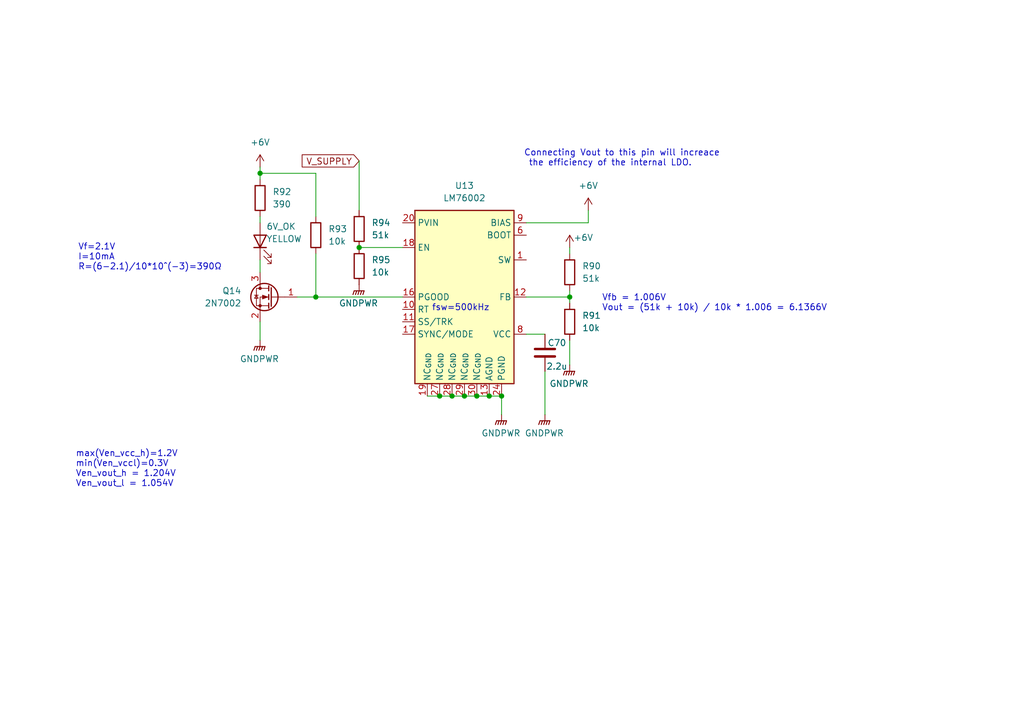
<source format=kicad_sch>
(kicad_sch (version 20250114) (generator "eeschema") (generator_version "9.0")
  (paper "A5")
  (lib_symbols
    (symbol "Device:C" (pin_numbers (hide yes)) (pin_names (offset 0.254))
      (property "Reference" "C" (at 0.635 2.54 0))
      (property "Value" "C" (at 0.635 -2.54 0))
      (symbol "C_0_1"
        (polyline (pts (xy -2.032 0.762) (xy 2.032 0.762)) (stroke (width 0.508)))
        (polyline (pts (xy -2.032 -0.762) (xy 2.032 -0.762)) (stroke (width 0.508)))
      )
      (symbol "C_1_1"
        (pin passive line (at 0 3.81 270) (length 2.794) (name "~") (number "1"))
        (pin passive line (at 0 -3.81 90) (length 2.794) (name "~") (number "2"))
      )
    )
    (symbol "Device:LED" (pin_numbers (hide yes)) (pin_names (offset 1.016) (hide yes))
      (property "Reference" "D" (at 0 2.54 0))
      (property "Value" "LED" (at 0 -2.54 0))
      (symbol "LED_0_1"
        (polyline (pts (xy -3.048 -0.762) (xy -4.572 -2.286) (xy -3.81 -2.286) (xy -4.572 -2.286) (xy -4.572 -1.524)))
        (polyline (pts (xy -1.778 -0.762) (xy -3.302 -2.286) (xy -2.54 -2.286) (xy -3.302 -2.286) (xy -3.302 -1.524)))
        (polyline (pts (xy -1.27 0) (xy 1.27 0)))
        (polyline (pts (xy -1.27 -1.27) (xy -1.27 1.27)) (stroke (width 0.254)))
        (polyline (pts (xy 1.27 -1.27) (xy 1.27 1.27) (xy -1.27 0) (xy 1.27 -1.27)) (stroke (width 0.254)))
      )
      (symbol "LED_1_1"
        (pin passive line (at -3.81 0 0) (length 2.54) (name "K") (number "1"))
        (pin passive line (at 3.81 0 180) (length 2.54) (name "A") (number "2"))
      )
    )
    (symbol "Device:R" (pin_numbers (hide yes)) (pin_names (offset 0))
      (property "Reference" "R" (at 2.032 0 90))
      (property "Value" "R" (at 0 0 90))
      (symbol "R_0_1"
        (rectangle (start -1.016 -2.54) (end 1.016 2.54) (stroke (width 0.254)))
      )
      (symbol "R_1_1"
        (pin passive line (at 0 3.81 270) (length 1.27) (name "~") (number "1"))
        (pin passive line (at 0 -3.81 90) (length 1.27) (name "~") (number "2"))
      )
    )
    (symbol "Regulator_Switching:LM76002"
      (property "Reference" "U" (at -9.398 18.796 0))
      (property "Value" "LM76002" (at 6.096 18.796 0))
      (symbol "LM76002_0_0"
        (pin power_in line (at 12.7 15.24 180) (length 2.54) (name "BIAS") (number "9"))
        (pin power_out line (at 12.7 7.62 180) (length 2.54) (name "SW") (number "1"))
      )
      (symbol "LM76002_1_0"
        (pin power_in line (at -12.7 15.24 0) (length 2.54) (name "PVIN") (number "20"))
        (pin passive line (at -12.7 15.24 0) (length 2.54) (hide yes) (name "PVIN") (number "21"))
        (pin passive line (at -12.7 15.24 0) (length 2.54) (hide yes) (name "PVIN") (number "22"))
        (pin input line (at -12.7 10.16 0) (length 2.54) (name "EN") (number "18"))
        (pin open_collector line (at -12.7 0 0) (length 2.54) (name "PGOOD") (number "16"))
        (pin input line (at -12.7 -2.54 0) (length 2.54) (name "RT") (number "10"))
        (pin input line (at -12.7 -5.08 0) (length 2.54) (name "SS/TRK") (number "11"))
        (pin input line (at -12.7 -7.62 0) (length 2.54) (name "SYNC/MODE") (number "17"))
        (pin passive line (at -7.62 -20.32 90) (length 2.54) (name "NC_{GND}") (number "19"))
        (pin passive line (at -5.08 -20.32 90) (length 2.54) (name "NC_{GND}") (number "27"))
        (pin passive line (at -2.54 -20.32 90) (length 2.54) (name "NC_{GND}") (number "28"))
        (pin passive line (at 0 -20.32 90) (length 2.54) (name "NC_{GND}") (number "29"))
        (pin passive line (at 2.54 -20.32 90) (length 2.54) (name "NC_{GND}") (number "30"))
        (pin power_in line (at 5.08 -20.32 90) (length 2.54) (name "AGND") (number "13"))
        (pin passive line (at 5.08 -20.32 90) (length 2.54) (hide yes) (name "AGND") (number "14"))
        (pin passive line (at 5.08 -20.32 90) (length 2.54) (hide yes) (name "AGND") (number "15"))
        (pin passive line (at 5.08 -20.32 90) (length 2.54) (hide yes) (name "AGND") (number "31"))
        (pin power_in line (at 7.62 -20.32 90) (length 2.54) (name "PGND") (number "24"))
        (pin passive line (at 7.62 -20.32 90) (length 2.54) (hide yes) (name "PGND") (number "25"))
        (pin passive line (at 7.62 -20.32 90) (length 2.54) (hide yes) (name "PGND") (number "26"))
        (pin no_connect line (at 10.16 10.16 180) (length 2.54) (hide yes) (name "NC") (number "7"))
        (pin no_connect line (at 10.16 5.08 180) (length 2.54) (hide yes) (name "NC") (number "23"))
        (pin input line (at 12.7 12.7 180) (length 2.54) (name "BOOT") (number "6"))
        (pin passive line (at 12.7 7.62 180) (length 2.54) (hide yes) (name "SW") (number "2"))
        (pin passive line (at 12.7 7.62 180) (length 2.54) (hide yes) (name "SW") (number "3"))
        (pin passive line (at 12.7 7.62 180) (length 2.54) (hide yes) (name "SW") (number "4"))
        (pin passive line (at 12.7 7.62 180) (length 2.54) (hide yes) (name "SW") (number "5"))
        (pin input line (at 12.7 0 180) (length 2.54) (name "FB") (number "12"))
        (pin power_out line (at 12.7 -7.62 180) (length 2.54) (name "VCC") (number "8"))
      )
      (symbol "LM76002_1_1"
        (rectangle (start -10.16 17.78) (end 10.16 -17.78) (stroke (width 0.254)) (fill (type background)))
      )
    )
    (symbol "Transistor_FET:2N7002" (pin_names (offset 0) (hide yes))
      (property "Reference" "Q" (at 5.08 1.905 0))
      (property "Value" "2N7002" (at 5.08 0 0))
      (symbol "2N7002_0_1"
        (polyline (pts (xy 0.254 1.905) (xy 0.254 -1.905)) (stroke (width 0.254)))
        (polyline (pts (xy 0.254 0) (xy -2.54 0)))
        (polyline (pts (xy 0.762 2.286) (xy 0.762 1.27)) (stroke (width 0.254)))
        (polyline (pts (xy 0.762 0.508) (xy 0.762 -0.508)) (stroke (width 0.254)))
        (polyline (pts (xy 0.762 -1.27) (xy 0.762 -2.286)) (stroke (width 0.254)))
        (polyline (pts (xy 0.762 -1.778) (xy 3.302 -1.778) (xy 3.302 1.778) (xy 0.762 1.778)))
        (polyline (pts (xy 1.016 0) (xy 2.032 0.381) (xy 2.032 -0.381) (xy 1.016 0)) (fill (type outline)))
        (circle (center 1.651 0) (radius 2.794) (stroke (width 0.254)))
        (polyline (pts (xy 2.54 2.54) (xy 2.54 1.778)))
        (circle (center 2.54 1.778) (radius 0.254) (fill (type outline)))
        (circle (center 2.54 -1.778) (radius 0.254) (fill (type outline)))
        (polyline (pts (xy 2.54 -2.54) (xy 2.54 0) (xy 0.762 0)))
        (polyline (pts (xy 2.921 0.381) (xy 3.683 0.381)))
        (polyline (pts (xy 3.302 0.381) (xy 2.921 -0.254) (xy 3.683 -0.254) (xy 3.302 0.381)))
      )
      (symbol "2N7002_1_1"
        (pin input line (at -5.08 0 0) (length 2.54) (name "G") (number "1"))
        (pin passive line (at 2.54 5.08 270) (length 2.54) (name "D") (number "3"))
        (pin passive line (at 2.54 -5.08 90) (length 2.54) (name "S") (number "2"))
      )
    )
    (symbol "power:+6V" (power) (pin_numbers (hide yes)) (pin_names (offset 0) (hide yes))
      (property "Value" "+6V" (at 0 3.556 0))
      (symbol "+6V_0_1"
        (polyline (pts (xy -0.762 1.27) (xy 0 2.54)))
        (polyline (pts (xy 0 2.54) (xy 0.762 1.27)))
        (polyline (pts (xy 0 0) (xy 0 2.54)))
      )
      (symbol "+6V_1_1"
        (pin power_in line (at 0 0 90) (length 0) (name "~") (number "1"))
      )
    )
    (symbol "power:GNDPWR" (power) (pin_numbers (hide yes)) (pin_names (offset 0) (hide yes))
      (property "Value" "GNDPWR" (at 0 -3.302 0))
      (symbol "GNDPWR_0_1"
        (polyline (pts (xy -1.016 -1.27) (xy -1.27 -2.032) (xy -1.27 -2.032)) (stroke (width 0.2032)))
        (polyline (pts (xy -0.508 -1.27) (xy -0.762 -2.032) (xy -0.762 -2.032)) (stroke (width 0.2032)))
        (polyline (pts (xy 0 -1.27) (xy 0 0)))
        (polyline (pts (xy 0 -1.27) (xy -0.254 -2.032) (xy -0.254 -2.032)) (stroke (width 0.2032)))
        (polyline (pts (xy 0.508 -1.27) (xy 0.254 -2.032) (xy 0.254 -2.032)) (stroke (width 0.2032)))
        (polyline (pts (xy 1.016 -1.27) (xy -1.016 -1.27) (xy -1.016 -1.27)) (stroke (width 0.2032)))
        (polyline (pts (xy 1.016 -1.27) (xy 0.762 -2.032) (xy 0.762 -2.032) (xy 0.762 -2.032)) (stroke (width 0.2032)))
      )
      (symbol "GNDPWR_1_1"
        (pin power_in line (at 0 0 270) (length 0) (name "~") (number "1"))
      )
    )
  )
  (text "fsw=500kHz" (at 94.488 63.246 0) (effects (font (size 1.27 1.27))))
  (text "max(Ven_vcc_h)=1.2V\nmin(Ven_vccl)=0.3V\nVen_vout_h = 1.204V\nVen_vout_l = 1.054V" (at 15.494 96.266 0) (effects (font (size 1.27 1.27)) (justify left)))
  (text "Vfb = 1.006V\nVout = (51k + 10k) / 10k * 1.006 = 6.1366V" (at 123.444 62.23 0) (effects (font (size 1.27 1.27)) (justify left)))
  (text "Vf=2.1V\nI=10mA\nR=(6-2.1)/10*10^(-3)=390Ω" (at 16.002 52.832 0) (effects (font (size 1.27 1.27)) (justify left)))
  (text "Connecting Vout to this pin will increace\n the efficiency of the internal LDO.\n" (at 107.442 32.512 0) (effects (font (size 1.27 1.27)) (justify left)))
  (junction (at 73.66 50.8))
  (junction (at 100.33 81.28))
  (junction (at 102.87 81.28))
  (junction (at 90.17 81.28))
  (junction (at 116.84 60.96))
  (junction (at 64.77 60.96))
  (junction (at 97.79 81.28))
  (junction (at 53.34 35.56))
  (junction (at 95.25 81.28))
  (junction (at 92.71 81.28))
  (wire (pts (xy 107.95 60.96) (xy 116.84 60.96)))
  (wire (pts (xy 64.77 44.45) (xy 64.77 35.56)))
  (wire (pts (xy 107.95 68.58) (xy 111.76 68.58)))
  (wire (pts (xy 90.17 81.28) (xy 87.63 81.28)))
  (wire (pts (xy 100.33 81.28) (xy 97.79 81.28)))
  (wire (pts (xy 64.77 60.96) (xy 82.55 60.96)))
  (wire (pts (xy 92.71 81.28) (xy 90.17 81.28)))
  (wire (pts (xy 102.87 85.09) (xy 102.87 81.28)))
  (wire (pts (xy 53.34 44.45) (xy 53.34 45.72)))
  (wire (pts (xy 64.77 35.56) (xy 53.34 35.56)))
  (wire (pts (xy 53.34 69.85) (xy 53.34 66.04)))
  (wire (pts (xy 53.34 36.83) (xy 53.34 35.56)))
  (wire (pts (xy 53.34 53.34) (xy 53.34 55.88)))
  (wire (pts (xy 116.84 50.8) (xy 116.84 52.07)))
  (wire (pts (xy 116.84 60.96) (xy 116.84 62.23)))
  (wire (pts (xy 64.77 52.07) (xy 64.77 60.96)))
  (wire (pts (xy 95.25 81.28) (xy 97.79 81.28)))
  (wire (pts (xy 111.76 76.2) (xy 111.76 85.09)))
  (wire (pts (xy 73.66 33.02) (xy 73.66 43.18)))
  (wire (pts (xy 73.66 50.8) (xy 82.55 50.8)))
  (wire (pts (xy 120.65 43.18) (xy 120.65 45.72)))
  (wire (pts (xy 102.87 81.28) (xy 100.33 81.28)))
  (wire (pts (xy 60.96 60.96) (xy 64.77 60.96)))
  (wire (pts (xy 120.65 45.72) (xy 107.95 45.72)))
  (wire (pts (xy 92.71 81.28) (xy 95.25 81.28)))
  (wire (pts (xy 116.84 74.93) (xy 116.84 69.85)))
  (wire (pts (xy 116.84 59.69) (xy 116.84 60.96)))
  (wire (pts (xy 53.34 34.29) (xy 53.34 35.56)))
  (global_label "V_SUPPLY" (shape input) (at 73.66 33.02 180) (property "Intersheetrefs" "${INTERSHEET_REFS}" (effects (hide yes))))
  (symbol (lib_id "power:GNDPWR") (at 116.84 74.93 0) (unit 1)
    (property "Reference" "リファレンス" (effects (hide yes)))
    (property "Value" "GNDPWR" (at 116.713 78.74 0))
    (property "Description" "Power symbol creates a global label with name \"GNDPWR\" , global ground" (effects (hide yes)))
  )
  (symbol (lib_id "power:GNDPWR") (at 73.66 58.42 0) (unit 1)
    (property "Reference" "リファレンス0101" (effects (hide yes)))
    (property "Value" "GNDPWR" (at 73.533 62.23 0))
    (property "Description" "Power symbol creates a global label with name \"GNDPWR\" , global ground" (effects (hide yes)))
  )
  (symbol (lib_id "Device:R") (at 73.66 46.99 0) (unit 1)
    (property "Reference" "R94" (at 76.2 45.7199 0) (effects (justify left)))
    (property "Value" "51k" (at 76.2 48.2599 0) (effects (justify left)))
    (property "Description" "Resistor" (effects (hide yes)))
  )
  (symbol (lib_id "power:GNDPWR") (at 53.34 69.85 0) (unit 1)
    (property "Reference" "リファレンス01" (effects (hide yes)))
    (property "Value" "GNDPWR" (at 53.213 73.66 0))
    (property "Description" "Power symbol creates a global label with name \"GNDPWR\" , global ground" (effects (hide yes)))
  )
  (symbol (lib_id "Device:C") (at 111.76 72.39 0) (unit 1)
    (property "Reference" "C70" (at 112.268 70.358 0) (effects (justify left)))
    (property "Value" "2.2u" (at 112.014 75.184 0) (effects (justify left)))
    (property "Description" "Unpolarized capacitor" (effects (hide yes)))
  )
  (symbol (lib_id "Device:R") (at 53.34 40.64 0) (unit 1)
    (property "Reference" "R92" (at 55.88 39.3699 0) (effects (justify left)))
    (property "Value" "390" (at 55.88 41.9099 0) (effects (justify left)))
    (property "Description" "Resistor" (effects (hide yes)))
  )
  (symbol (lib_id "power:GNDPWR") (at 111.76 85.09 0) (unit 1)
    (property "Reference" "リファレンス01" (effects (hide yes)))
    (property "Value" "GNDPWR" (at 111.633 88.9 0))
    (property "Description" "Power symbol creates a global label with name \"GNDPWR\" , global ground" (effects (hide yes)))
  )
  (symbol (lib_id "Transistor_FET:2N7002") (at 55.88 60.96 0) (mirror y) (unit 1)
    (property "Reference" "Q14" (at 49.53 59.6899 0) (effects (justify left)))
    (property "Value" "2N7002" (at 49.53 62.2299 0) (effects (justify left)))
    (property "Footprint" "Package_TO_SOT_SMD:SOT-23" (effects (hide yes)))
    (property "Datasheet" "https://www.onsemi.com/pub/Collateral/NDS7002A-D.PDF" (effects (hide yes)))
    (property "Description" "0.115A Id, 60V Vds, N-Channel MOSFET, SOT-23" (effects (hide yes)))
  )
  (symbol (lib_id "power:GNDPWR") (at 102.87 85.09 0) (unit 1)
    (property "Reference" "リファレンス0101" (effects (hide yes)))
    (property "Value" "GNDPWR" (at 102.743 88.9 0))
    (property "Description" "Power symbol creates a global label with name \"GNDPWR\" , global ground" (effects (hide yes)))
  )
  (symbol (lib_id "Regulator_Switching:LM76002") (at 95.25 60.96 0) (unit 1)
    (property "Reference" "U13" (at 95.25 38.1 0))
    (property "Value" "LM76002" (at 95.25 40.64 0))
    (property "Footprint" "Package_DFN_QFN:Texas_RNP0030B_WQFN-30-1EP_4x6mm_P0.5mm_EP1.8x4.5mm_ThermalVias" (effects (hide yes)))
    (property "Datasheet" "https://www.ti.com/lit/ds/symlink/lm76002.pdf" (effects (hide yes)))
    (property "Description" "2.5A synchronous buck regulator, 3.5..60Vin, 300kHz..2.2MHz switching frequency, CCM/DCM & PFM at light load, WQFN-30" (effects (hide yes)))
  )
  (symbol (lib_id "power:+6V") (at 53.34 34.29 0) (unit 1)
    (property "Reference" "#PWR0118" (effects (hide yes)))
    (property "Value" "+6V" (at 53.34 29.21 0))
    (property "Description" "Power symbol creates a global label with name \"+6V\"" (effects (hide yes)))
  )
  (symbol (lib_id "Device:R") (at 64.77 48.26 0) (unit 1)
    (property "Reference" "R93" (at 67.31 46.9899 0) (effects (justify left)))
    (property "Value" "10k" (at 67.31 49.5299 0) (effects (justify left)))
    (property "Description" "Resistor" (effects (hide yes)))
  )
  (symbol (lib_id "Device:R") (at 116.84 55.88 0) (unit 1)
    (property "Reference" "R90" (at 119.38 54.6099 0) (effects (justify left)))
    (property "Value" "51k" (at 119.38 57.1499 0) (effects (justify left)))
    (property "Description" "Resistor" (effects (hide yes)))
  )
  (symbol (lib_id "Device:R") (at 116.84 66.04 0) (unit 1)
    (property "Reference" "R91" (at 119.38 64.7699 0) (effects (justify left)))
    (property "Value" "10k" (at 119.38 67.3099 0) (effects (justify left)))
    (property "Description" "Resistor" (effects (hide yes)))
  )
  (symbol (lib_id "power:+6V") (at 120.65 43.18 0) (unit 1)
    (property "Reference" "#PWR021" (effects (hide yes)))
    (property "Value" "+6V" (at 120.65 38.1 0))
    (property "Description" "Power symbol creates a global label with name \"+6V\"" (effects (hide yes)))
  )
  (symbol (lib_id "Device:R") (at 73.66 54.61 0) (unit 1)
    (property "Reference" "R95" (at 76.2 53.3399 0) (effects (justify left)))
    (property "Value" "10k" (at 76.2 55.8799 0) (effects (justify left)))
    (property "Description" "Resistor" (effects (hide yes)))
  )
  (symbol (lib_id "power:+6V") (at 116.84 50.8 0) (unit 1)
    (property "Reference" "#PWR0116" (effects (hide yes)))
    (property "Value" "+6V" (at 119.634 48.768 0))
    (property "Description" "Power symbol creates a global label with name \"+6V\"" (effects (hide yes)))
  )
  (symbol (lib_id "Device:LED") (at 53.34 49.53 90) (unit 1)
    (property "Reference" "6V_OK" (at 54.61 46.482 90) (effects (justify right)))
    (property "Value" "YELLOW" (at 54.61 49.022 90) (effects (justify right)))
    (property "Footprint" "LED_SMD:LED_0805_2012Metric" (effects (hide yes)))
    (property "Datasheet" "https://jlcpcb.com/api/file/downloadByFileSystemAccessId/8579709195039801344" (effects (hide yes)))
    (property "Description" "Light emitting diode" (effects (hide yes)))
    (property "Sim.Pins" "1=K 2=A" (effects (hide yes)))
  )
)
</source>
